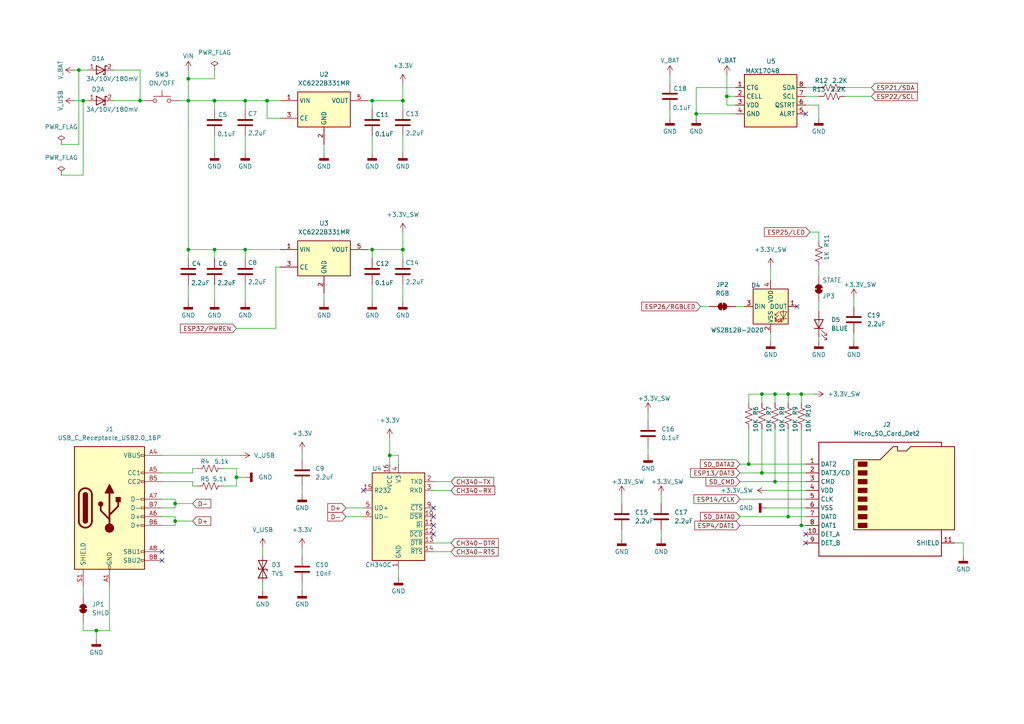
<source format=kicad_sch>
(kicad_sch (version 20250114) (generator "eeschema") (generator_version "9.0")
  (paper "A4")
  (lib_symbols
    (symbol "Analog_ADC:MCP3427x-xMF"
      (property "Reference" "U8" (at 2.1941 12.7 0))
      (property "Value" "MCP3427x-xMF" (at 2.1941 10.16 0))
      (symbol "MCP3427x-xMF_1_1"
        (pin input line (at -10.16 3.81 0) (length 2.54) (name "CTG") (number "1"))
        (pin input line (at -10.16 1.27 0) (length 2.54) (name "CELL") (number "2"))
        (pin input line (at -10.16 -1.27 0) (length 2.54) (name "VDD") (number "3"))
        (pin input line (at -10.16 -3.81 0) (length 2.54) (name "GND") (number "4"))
        (pin input line (at 10.16 3.81 180) (length 2.54) (name "SDA") (number "8"))
        (pin bidirectional line (at 10.16 1.27 180) (length 2.54) (name "SCL") (number "7"))
        (pin input line (at 10.16 -1.27 180) (length 2.54) (name "QSTRT") (number "6"))
        (pin input line (at 10.16 -3.81 180) (length 2.54) (name "ALRT") (number "5"))
      )
    )
    (symbol "Connector:Micro_SD_Card_Det2"
      (property "Reference" "J" (at -16.51 17.78 0))
      (property "Value" "Micro_SD_Card_Det2" (at 16.51 17.78 0))
      (symbol "Micro_SD_Card_Det2_1_1"
        (pin bidirectional line (at -22.86 10.16 0) (length 3.81) (name "DAT2") (number "1"))
        (pin bidirectional line (at -22.86 7.62 0) (length 3.81) (name "DAT3/CD") (number "2"))
        (pin input line (at -22.86 5.08 0) (length 3.81) (name "CMD") (number "3"))
        (pin power_in line (at -22.86 2.54 0) (length 3.81) (name "VDD") (number "4"))
        (pin input line (at -22.86 0 0) (length 3.81) (name "CLK") (number "5"))
        (pin power_in line (at -22.86 -2.54 0) (length 3.81) (name "VSS") (number "6"))
        (pin bidirectional line (at -22.86 -5.08 0) (length 3.81) (name "DAT0") (number "7"))
        (pin bidirectional line (at -22.86 -7.62 0) (length 3.81) (name "DAT1") (number "8"))
        (pin passive line (at -22.86 -10.16 0) (length 3.81) (name "DET_A") (number "10"))
        (pin passive line (at -22.86 -12.7 0) (length 3.81) (name "DET_B") (number "9"))
        (pin passive line (at 20.32 -12.7 180) (length 3.81) (name "SHIELD") (number "11"))
      )
    )
    (symbol "Connector:USB_C_Receptacle_USB2.0_16P" (pin_names (offset 1.016))
      (property "Reference" "J" (at 0 22.225 0))
      (property "Value" "USB_C_Receptacle_USB2.0_16P" (at 0 19.685 0))
      (symbol "USB_C_Receptacle_USB2.0_16P_1_1"
        (pin passive line (at -7.62 -22.86 90) (length 5.08) (name "SHIELD") (number "S1"))
        (pin passive line (at 0 -22.86 90) (length 5.08) (name "GND") (number "A1"))
        (pin passive line (at 0 -22.86 90) (length 5.08) (hide yes) (name "GND") (number "A12"))
        (pin passive line (at 0 -22.86 90) (length 5.08) (hide yes) (name "GND") (number "B1"))
        (pin passive line (at 0 -22.86 90) (length 5.08) (hide yes) (name "GND") (number "B12"))
        (pin passive line (at 15.24 15.24 180) (length 5.08) (name "VBUS") (number "A4"))
        (pin passive line (at 15.24 15.24 180) (length 5.08) (hide yes) (name "VBUS") (number "A9"))
        (pin passive line (at 15.24 15.24 180) (length 5.08) (hide yes) (name "VBUS") (number "B4"))
        (pin passive line (at 15.24 15.24 180) (length 5.08) (hide yes) (name "VBUS") (number "B9"))
        (pin bidirectional line (at 15.24 10.16 180) (length 5.08) (name "CC1") (number "A5"))
        (pin bidirectional line (at 15.24 7.62 180) (length 5.08) (name "CC2") (number "B5"))
        (pin bidirectional line (at 15.24 2.54 180) (length 5.08) (name "D-") (number "A7"))
        (pin bidirectional line (at 15.24 0 180) (length 5.08) (name "D-") (number "B7"))
        (pin bidirectional line (at 15.24 -2.54 180) (length 5.08) (name "D+") (number "A6"))
        (pin bidirectional line (at 15.24 -5.08 180) (length 5.08) (name "D+") (number "B6"))
        (pin bidirectional line (at 15.24 -12.7 180) (length 5.08) (name "SBU1") (number "A8"))
        (pin bidirectional line (at 15.24 -15.24 180) (length 5.08) (name "SBU2") (number "B8"))
      )
    )
    (symbol "Device:C" (pin_numbers (hide yes)) (pin_names (offset 0.254))
      (property "Reference" "C" (at 0.635 2.54 0))
      (property "Value" "C" (at 0.635 -2.54 0))
      (symbol "C_1_1"
        (pin passive line (at 0 3.81 270) (length 2.794) (name "~") (number "1"))
        (pin passive line (at 0 -3.81 90) (length 2.794) (name "~") (number "2"))
      )
    )
    (symbol "Device:D_Schottky_Dual_CommonAnode_AKK_Split" (pin_names (offset 0.762) (hide yes))
      (property "Reference" "D" (at 0 2.54 0))
      (property "Value" "D_Schottky_Dual_CommonAnode_AKK_Split" (at 0 -2.54 0))
      (symbol "D_Schottky_Dual_CommonAnode_AKK_Split_0_1"
        (pin passive line (at -3.81 0 0) (length 2.54) (name "A") (number "1"))
      )
      (symbol "D_Schottky_Dual_CommonAnode_AKK_Split_1_1"
        (pin passive line (at 3.81 0 180) (length 2.54) (name "K") (number "2"))
      )
      (symbol "D_Schottky_Dual_CommonAnode_AKK_Split_2_1"
        (pin passive line (at 3.81 0 180) (length 2.54) (name "K") (number "3"))
      )
    )
    (symbol "Device:D_TVS" (pin_numbers (hide yes)) (pin_names (offset 1.016) (hide yes))
      (property "Reference" "D" (at 0 2.54 0))
      (property "Value" "D_TVS" (at 0 -2.54 0))
      (symbol "D_TVS_1_1"
        (pin passive line (at -3.81 0 0) (length 2.54) (name "A1") (number "1"))
        (pin passive line (at 3.81 0 180) (length 2.54) (name "A2") (number "2"))
      )
    )
    (symbol "Device:LED" (pin_numbers (hide yes)) (pin_names (offset 1.016) (hide yes))
      (property "Reference" "D" (at 0 2.54 0))
      (property "Value" "LED" (at 0 -2.54 0))
      (symbol "LED_1_1"
        (pin passive line (at -3.81 0 0) (length 2.54) (name "K") (number "1"))
        (pin passive line (at 3.81 0 180) (length 2.54) (name "A") (number "2"))
      )
    )
    (symbol "Device:R_US" (pin_numbers (hide yes)) (pin_names (offset 0))
      (property "Reference" "R" (at 2.54 0 90))
      (property "Value" "R_US" (at -2.54 0 90))
      (symbol "R_US_1_1"
        (pin passive line (at 0 3.81 270) (length 1.27) (name "~") (number "1"))
        (pin passive line (at 0 -3.81 90) (length 1.27) (name "~") (number "2"))
      )
    )
    (symbol "Interface_USB:CH340C"
      (property "Reference" "U" (at -5.08 13.97 0))
      (property "Value" "CH340C" (at 1.27 13.97 0))
      (symbol "CH340C_1_1"
        (pin input line (at -10.16 7.62 0) (length 2.54) (name "R232") (number "15"))
        (pin bidirectional line (at -10.16 2.54 0) (length 2.54) (name "UD+") (number "5"))
        (pin bidirectional line (at -10.16 0 0) (length 2.54) (name "UD-") (number "6"))
        (pin no_connect line (at -7.62 -5.08 0) (length 2.54) (hide yes) (name "NC") (number "7"))
        (pin no_connect line (at -7.62 -7.62 0) (length 2.54) (hide yes) (name "NC") (number "8"))
        (pin power_in line (at -2.54 15.24 270) (length 2.54) (name "VCC") (number "16"))
        (pin power_out line (at 0 15.24 270) (length 2.54) (name "V3") (number "4"))
        (pin power_in line (at 0 -15.24 90) (length 2.54) (name "GND") (number "1"))
        (pin output line (at 10.16 10.16 180) (length 2.54) (name "TXD") (number "2"))
        (pin input line (at 10.16 7.62 180) (length 2.54) (name "RXD") (number "3"))
        (pin input line (at 10.16 2.54 180) (length 2.54) (name "~{CTS}") (number "9"))
        (pin input line (at 10.16 0 180) (length 2.54) (name "~{DSR}") (number "10"))
        (pin input line (at 10.16 -2.54 180) (length 2.54) (name "~{RI}") (number "11"))
        (pin input line (at 10.16 -5.08 180) (length 2.54) (name "~{DCD}") (number "12"))
        (pin output line (at 10.16 -7.62 180) (length 2.54) (name "~{DTR}") (number "13"))
        (pin output line (at 10.16 -10.16 180) (length 2.54) (name "~{RTS}") (number "14"))
      )
    )
    (symbol "Jumper:SolderJumper_2_Bridged" (pin_numbers (hide yes)) (pin_names (offset 0) (hide yes)) (exclude_from_sim yes) (in_bom no)
      (property "Reference" "JP" (at 0 2.032 0))
      (property "Value" "SolderJumper_2_Bridged" (at 0 -2.54 0))
      (symbol "SolderJumper_2_Bridged_1_1"
        (pin passive line (at -3.81 0 0) (length 2.54) (name "A") (number "1"))
        (pin passive line (at 3.81 0 180) (length 2.54) (name "B") (number "2"))
      )
    )
    (symbol "LED:WS2812B-2020" (pin_names (offset 0.254))
      (property "Reference" "D" (at 5.08 5.715 0))
      (property "Value" "WS2812B-2020" (at 1.27 -5.715 0))
      (symbol "WS2812B-2020_0_0"
        (text "RGB" (at 2.286 -4.191 0) (effects (font (size 0.762 0.762))))
      )
      (symbol "WS2812B-2020_1_1"
        (pin input line (at -7.62 0 0) (length 2.54) (name "DIN") (number "3"))
        (pin power_in line (at 0 7.62 270) (length 2.54) (name "VDD") (number "4"))
        (pin power_in line (at 0 -7.62 90) (length 2.54) (name "VSS") (number "2"))
        (pin output line (at 7.62 0 180) (length 2.54) (name "DOUT") (number "1"))
      )
    )
    (symbol "Regulator_Linear:XC6220B331MR"
      (property "Reference" "U" (at 0 8.89 0))
      (property "Value" "XC6220B331MR" (at 0 6.35 0))
      (symbol "XC6220B331MR_1_1"
        (pin power_in line (at -12.7 2.54 0) (length 5.08) (name "VIN") (number "1"))
        (pin input line (at -12.7 -2.54 0) (length 5.08) (name "CE") (number "3"))
        (pin power_in line (at 0 -10.16 90) (length 5.08) (name "GND") (number "2"))
        (pin no_connect line (at 7.62 -2.54 180) (length 5.08) (hide yes) (name "NC") (number "4"))
        (pin power_out line (at 12.7 2.54 180) (length 5.08) (name "VOUT") (number "5"))
      )
    )
    (symbol "Switch:SW_Push" (pin_numbers (hide yes)) (pin_names (offset 1.016) (hide yes))
      (property "Reference" "SW" (at 1.27 2.54 0))
      (property "Value" "SW_Push" (at 0 -1.524 0))
      (symbol "SW_Push_0_1"
        (pin passive line (at -5.08 0 0) (length 2.54) (name "1") (number "1"))
        (pin passive line (at 5.08 0 180) (length 2.54) (name "2") (number "2"))
      )
    )
    (symbol "power:+3.3V" (power) (pin_numbers (hide yes)) (pin_names (offset 0) (hide yes))
      (property "Value" "+3.3V" (at 0 3.556 0))
      (symbol "+3.3V_1_1"
        (pin power_in line (at 0 0 90) (length 0) (name "~") (number "1"))
      )
    )
    (symbol "power:GNDD" (power) (pin_numbers (hide yes)) (pin_names (offset 0) (hide yes))
      (property "Value" "GNDD" (at 0 -3.175 0))
      (symbol "GNDD_1_1"
        (pin power_in line (at 0 0 270) (length 0) (name "~") (number "1"))
      )
    )
    (symbol "power:PWR_FLAG" (power) (pin_numbers (hide yes)) (pin_names (offset 0) (hide yes))
      (property "Value" "PWR_FLAG" (at 0 3.81 0))
      (symbol "PWR_FLAG_0_0"
        (pin power_out line (at 0 0 90) (length 0) (name "~") (number "1"))
      )
    )
    (symbol "power:VAA" (power) (pin_numbers (hide yes)) (pin_names (offset 0) (hide yes))
      (property "Value" "VAA" (at 0 3.556 0))
      (symbol "VAA_1_1"
        (pin power_in line (at 0 0 90) (length 0) (name "~") (number "1"))
      )
    )
  )
  (junction (at 50.8 151.13))
  (junction (at 107.95 72.39))
  (junction (at 22.86 20.32))
  (junction (at 54.61 22.86))
  (junction (at 62.23 29.21))
  (junction (at 77.47 29.21))
  (junction (at 224.79 114.3))
  (junction (at 24.13 29.21))
  (junction (at 27.94 182.88))
  (junction (at 116.84 29.21))
  (junction (at 224.79 139.7))
  (junction (at 116.84 72.39))
  (junction (at 210.82 27.94))
  (junction (at 68.58 138.43))
  (junction (at 71.12 72.39))
  (junction (at 113.03 132.08))
  (junction (at 62.23 72.39))
  (junction (at 54.61 72.39))
  (junction (at 71.12 29.21))
  (junction (at 220.98 114.3))
  (junction (at 228.6 114.3))
  (junction (at 228.6 149.86))
  (junction (at 217.17 134.62))
  (junction (at 232.41 152.4))
  (junction (at 50.8 146.05))
  (junction (at 220.98 137.16))
  (junction (at 40.64 29.21))
  (junction (at 201.93 33.02))
  (junction (at 232.41 114.3))
  (junction (at 54.61 29.21))
  (junction (at 107.95 29.21))
  (no_connect (at 231.14 88.9))
  (no_connect (at 105.41 142.24))
  (no_connect (at 233.68 154.94))
  (no_connect (at 125.73 152.4))
  (no_connect (at 46.99 162.56))
  (no_connect (at 125.73 154.94))
  (no_connect (at 125.73 147.32))
  (no_connect (at 233.68 33.02))
  (no_connect (at 46.99 160.02))
  (no_connect (at 125.73 149.86))
  (no_connect (at 233.68 157.48))
  (wire (pts (xy 62.23 39.37) (xy 62.23 44.45)))
  (wire (pts (xy 233.68 25.4) (xy 237.49 25.4)))
  (wire (pts (xy 24.13 50.8) (xy 24.13 29.21)))
  (wire (pts (xy 71.12 29.21) (xy 71.12 31.75)))
  (wire (pts (xy 245.11 25.4) (xy 252.73 25.4)))
  (wire (pts (xy 214.63 134.62) (xy 217.17 134.62)))
  (wire (pts (xy 125.73 157.48) (xy 130.81 157.48)))
  (wire (pts (xy 214.63 149.86) (xy 228.6 149.86)))
  (wire (pts (xy 279.4 157.48) (xy 276.86 157.48)))
  (wire (pts (xy 100.33 149.86) (xy 105.41 149.86)))
  (wire (pts (xy 71.12 72.39) (xy 81.28 72.39)))
  (wire (pts (xy 71.12 29.21) (xy 77.47 29.21)))
  (wire (pts (xy 93.98 85.09) (xy 93.98 87.63)))
  (wire (pts (xy 50.8 151.13) (xy 50.8 152.4)))
  (wire (pts (xy 210.82 27.94) (xy 210.82 30.48)))
  (wire (pts (xy 191.77 143.51) (xy 191.77 146.05)))
  (wire (pts (xy 80.01 77.47) (xy 81.28 77.47)))
  (wire (pts (xy 107.95 74.93) (xy 107.95 72.39)))
  (wire (pts (xy 210.82 30.48) (xy 213.36 30.48)))
  (wire (pts (xy 46.99 147.32) (xy 50.8 147.32)))
  (wire (pts (xy 107.95 82.55) (xy 107.95 87.63)))
  (wire (pts (xy 223.52 96.52) (xy 223.52 99.06)))
  (wire (pts (xy 21.59 29.21) (xy 24.13 29.21)))
  (wire (pts (xy 62.23 29.21) (xy 62.23 31.75)))
  (wire (pts (xy 40.64 29.21) (xy 41.91 29.21)))
  (wire (pts (xy 52.07 29.21) (xy 54.61 29.21)))
  (wire (pts (xy 22.86 20.32) (xy 25.4 20.32)))
  (wire (pts (xy 237.49 87.63) (xy 237.49 90.17)))
  (wire (pts (xy 54.61 29.21) (xy 54.61 72.39)))
  (wire (pts (xy 71.12 72.39) (xy 71.12 74.93)))
  (wire (pts (xy 107.95 31.75) (xy 107.95 29.21)))
  (wire (pts (xy 232.41 114.3) (xy 236.22 114.3)))
  (wire (pts (xy 64.77 135.89) (xy 68.58 135.89)))
  (wire (pts (xy 116.84 24.13) (xy 116.84 29.21)))
  (wire (pts (xy 62.23 72.39) (xy 62.23 74.93)))
  (wire (pts (xy 24.13 29.21) (xy 25.4 29.21)))
  (wire (pts (xy 113.03 134.62) (xy 113.03 132.08)))
  (wire (pts (xy 54.61 82.55) (xy 54.61 87.63)))
  (wire (pts (xy 87.63 140.97) (xy 87.63 143.51)))
  (wire (pts (xy 237.49 77.47) (xy 237.49 80.01)))
  (wire (pts (xy 80.01 95.25) (xy 80.01 77.47)))
  (wire (pts (xy 180.34 153.67) (xy 180.34 156.21)))
  (wire (pts (xy 213.36 27.94) (xy 210.82 27.94)))
  (wire (pts (xy 46.99 137.16) (xy 55.88 137.16)))
  (wire (pts (xy 87.63 168.91) (xy 87.63 171.45)))
  (wire (pts (xy 54.61 74.93) (xy 54.61 72.39)))
  (wire (pts (xy 233.68 27.94) (xy 237.49 27.94)))
  (wire (pts (xy 93.98 41.91) (xy 93.98 44.45)))
  (wire (pts (xy 214.63 144.78) (xy 233.68 144.78)))
  (wire (pts (xy 232.41 114.3) (xy 232.41 116.84)))
  (wire (pts (xy 194.31 31.75) (xy 194.31 34.29)))
  (wire (pts (xy 77.47 29.21) (xy 81.28 29.21)))
  (wire (pts (xy 210.82 21.59) (xy 210.82 27.94)))
  (wire (pts (xy 24.13 182.88) (xy 27.94 182.88)))
  (wire (pts (xy 87.63 130.81) (xy 87.63 133.35)))
  (wire (pts (xy 71.12 39.37) (xy 71.12 44.45)))
  (wire (pts (xy 55.88 140.97) (xy 57.15 140.97)))
  (wire (pts (xy 115.57 132.08) (xy 115.57 134.62)))
  (wire (pts (xy 224.79 124.46) (xy 224.79 139.7)))
  (wire (pts (xy 187.96 129.54) (xy 187.96 132.08)))
  (wire (pts (xy 46.99 132.08) (xy 69.85 132.08)))
  (wire (pts (xy 68.58 95.25) (xy 80.01 95.25)))
  (wire (pts (xy 50.8 151.13) (xy 55.88 151.13)))
  (wire (pts (xy 50.8 152.4) (xy 46.99 152.4)))
  (wire (pts (xy 50.8 146.05) (xy 55.88 146.05)))
  (wire (pts (xy 237.49 97.79) (xy 237.49 99.06)))
  (wire (pts (xy 81.28 34.29) (xy 77.47 34.29)))
  (wire (pts (xy 228.6 149.86) (xy 233.68 149.86)))
  (wire (pts (xy 62.23 29.21) (xy 71.12 29.21)))
  (wire (pts (xy 107.95 72.39) (xy 106.68 72.39)))
  (wire (pts (xy 68.58 138.43) (xy 68.58 140.97)))
  (wire (pts (xy 237.49 30.48) (xy 233.68 30.48)))
  (wire (pts (xy 113.03 132.08) (xy 115.57 132.08)))
  (wire (pts (xy 217.17 114.3) (xy 220.98 114.3)))
  (wire (pts (xy 214.63 152.4) (xy 232.41 152.4)))
  (wire (pts (xy 46.99 149.86) (xy 50.8 149.86)))
  (wire (pts (xy 232.41 124.46) (xy 232.41 152.4)))
  (wire (pts (xy 62.23 22.86) (xy 54.61 22.86)))
  (wire (pts (xy 180.34 143.51) (xy 180.34 146.05)))
  (wire (pts (xy 125.73 160.02) (xy 130.81 160.02)))
  (wire (pts (xy 125.73 139.7) (xy 130.81 139.7)))
  (wire (pts (xy 55.88 135.89) (xy 57.15 135.89)))
  (wire (pts (xy 24.13 170.18) (xy 24.13 172.72)))
  (wire (pts (xy 201.93 25.4) (xy 201.93 33.02)))
  (wire (pts (xy 228.6 124.46) (xy 228.6 149.86)))
  (wire (pts (xy 62.23 20.32) (xy 62.23 22.86)))
  (wire (pts (xy 55.88 140.97) (xy 55.88 139.7)))
  (wire (pts (xy 33.02 29.21) (xy 40.64 29.21)))
  (wire (pts (xy 62.23 72.39) (xy 71.12 72.39)))
  (wire (pts (xy 116.84 67.31) (xy 116.84 72.39)))
  (wire (pts (xy 113.03 127) (xy 113.03 132.08)))
  (wire (pts (xy 201.93 33.02) (xy 213.36 33.02)))
  (wire (pts (xy 222.25 147.32) (xy 233.68 147.32)))
  (wire (pts (xy 213.36 25.4) (xy 201.93 25.4)))
  (wire (pts (xy 68.58 140.97) (xy 64.77 140.97)))
  (wire (pts (xy 116.84 74.93) (xy 116.84 72.39)))
  (wire (pts (xy 228.6 114.3) (xy 232.41 114.3)))
  (wire (pts (xy 224.79 114.3) (xy 228.6 114.3)))
  (wire (pts (xy 62.23 82.55) (xy 62.23 87.63)))
  (wire (pts (xy 54.61 22.86) (xy 54.61 29.21)))
  (wire (pts (xy 87.63 158.75) (xy 87.63 161.29)))
  (wire (pts (xy 214.63 139.7) (xy 224.79 139.7)))
  (wire (pts (xy 50.8 147.32) (xy 50.8 146.05)))
  (wire (pts (xy 76.2 158.75) (xy 76.2 161.29)))
  (wire (pts (xy 237.49 69.85) (xy 237.49 67.31)))
  (wire (pts (xy 125.73 142.24) (xy 130.81 142.24)))
  (wire (pts (xy 217.17 124.46) (xy 217.17 134.62)))
  (wire (pts (xy 220.98 137.16) (xy 233.68 137.16)))
  (wire (pts (xy 116.84 31.75) (xy 116.84 29.21)))
  (wire (pts (xy 223.52 77.47) (xy 223.52 81.28)))
  (wire (pts (xy 217.17 134.62) (xy 233.68 134.62)))
  (wire (pts (xy 71.12 82.55) (xy 71.12 87.63)))
  (wire (pts (xy 191.77 153.67) (xy 191.77 156.21)))
  (wire (pts (xy 27.94 182.88) (xy 31.75 182.88)))
  (wire (pts (xy 54.61 20.32) (xy 54.61 22.86)))
  (wire (pts (xy 77.47 34.29) (xy 77.47 29.21)))
  (wire (pts (xy 222.25 142.24) (xy 233.68 142.24)))
  (wire (pts (xy 220.98 114.3) (xy 224.79 114.3)))
  (wire (pts (xy 194.31 21.59) (xy 194.31 24.13)))
  (wire (pts (xy 220.98 114.3) (xy 220.98 116.84)))
  (wire (pts (xy 279.4 161.29) (xy 279.4 157.48)))
  (wire (pts (xy 203.2 88.9) (xy 205.74 88.9)))
  (wire (pts (xy 54.61 29.21) (xy 62.23 29.21)))
  (wire (pts (xy 247.65 86.36) (xy 247.65 88.9)))
  (wire (pts (xy 40.64 20.32) (xy 40.64 29.21)))
  (wire (pts (xy 68.58 138.43) (xy 71.12 138.43)))
  (wire (pts (xy 46.99 144.78) (xy 50.8 144.78)))
  (wire (pts (xy 224.79 139.7) (xy 233.68 139.7)))
  (wire (pts (xy 33.02 20.32) (xy 40.64 20.32)))
  (wire (pts (xy 50.8 146.05) (xy 50.8 144.78)))
  (wire (pts (xy 107.95 72.39) (xy 116.84 72.39)))
  (wire (pts (xy 76.2 168.91) (xy 76.2 171.45)))
  (wire (pts (xy 17.78 41.91) (xy 22.86 41.91)))
  (wire (pts (xy 116.84 39.37) (xy 116.84 44.45)))
  (wire (pts (xy 17.78 50.8) (xy 24.13 50.8)))
  (wire (pts (xy 27.94 182.88) (xy 27.94 185.42)))
  (wire (pts (xy 232.41 152.4) (xy 233.68 152.4)))
  (wire (pts (xy 115.57 165.1) (xy 115.57 167.64)))
  (wire (pts (xy 21.59 20.32) (xy 22.86 20.32)))
  (wire (pts (xy 100.33 147.32) (xy 105.41 147.32)))
  (wire (pts (xy 217.17 116.84) (xy 217.17 114.3)))
  (wire (pts (xy 107.95 29.21) (xy 106.68 29.21)))
  (wire (pts (xy 68.58 135.89) (xy 68.58 138.43)))
  (wire (pts (xy 201.93 33.02) (xy 201.93 34.29)))
  (wire (pts (xy 247.65 96.52) (xy 247.65 99.06)))
  (wire (pts (xy 214.63 137.16) (xy 220.98 137.16)))
  (wire (pts (xy 54.61 72.39) (xy 62.23 72.39)))
  (wire (pts (xy 213.36 88.9) (xy 215.9 88.9)))
  (wire (pts (xy 24.13 180.34) (xy 24.13 182.88)))
  (wire (pts (xy 50.8 149.86) (xy 50.8 151.13)))
  (wire (pts (xy 224.79 114.3) (xy 224.79 116.84)))
  (wire (pts (xy 237.49 34.29) (xy 237.49 30.48)))
  (wire (pts (xy 116.84 82.55) (xy 116.84 87.63)))
  (wire (pts (xy 237.49 67.31) (xy 234.95 67.31)))
  (wire (pts (xy 220.98 124.46) (xy 220.98 137.16)))
  (wire (pts (xy 55.88 139.7) (xy 46.99 139.7)))
  (wire (pts (xy 55.88 137.16) (xy 55.88 135.89)))
  (wire (pts (xy 31.75 182.88) (xy 31.75 170.18)))
  (wire (pts (xy 22.86 41.91) (xy 22.86 20.32)))
  (wire (pts (xy 187.96 119.38) (xy 187.96 121.92)))
  (wire (pts (xy 107.95 29.21) (xy 116.84 29.21)))
  (wire (pts (xy 245.11 27.94) (xy 252.73 27.94)))
  (wire (pts (xy 107.95 39.37) (xy 107.95 44.45)))
  (wire (pts (xy 228.6 114.3) (xy 228.6 116.84)))
  (global_label "CH340-TX" (shape input) (at 130.81 139.7 0) (property "Intersheetrefs" "${INTERSHEET_REFS}" (effects (hide yes))))
  (global_label "ESP32{slash}PWREN" (shape input) (at 68.58 95.25 180) (property "Intersheetrefs" "${INTERSHEET_REFS}" (effects (hide yes))))
  (global_label "SD_DATA0" (shape input) (at 214.63 149.86 180) (property "Intersheetrefs" "${INTERSHEET_REFS}" (effects (hide yes))))
  (global_label "CH340-DTR" (shape input) (at 130.81 157.48 0) (property "Intersheetrefs" "${INTERSHEET_REFS}" (effects (hide yes))))
  (global_label "CH340-RTS" (shape input) (at 130.81 160.02 0) (property "Intersheetrefs" "${INTERSHEET_REFS}" (effects (hide yes))))
  (global_label "CH340-RX" (shape input) (at 130.81 142.24 0) (property "Intersheetrefs" "${INTERSHEET_REFS}" (effects (hide yes))))
  (global_label "D+" (shape input) (at 100.33 147.32 180) (property "Intersheetrefs" "${INTERSHEET_REFS}" (effects (hide yes))))
  (global_label "ESP13{slash}DAT3" (shape input) (at 214.63 137.16 180) (property "Intersheetrefs" "${INTERSHEET_REFS}" (effects (hide yes))))
  (global_label "ESP22{slash}SCL" (shape input) (at 252.73 27.94 0) (property "Intersheetrefs" "${INTERSHEET_REFS}" (effects (hide yes))))
  (global_label "SD_CMD" (shape input) (at 214.63 139.7 180) (property "Intersheetrefs" "${INTERSHEET_REFS}" (effects (hide yes))))
  (global_label "ESP4{slash}DAT1" (shape input) (at 214.63 152.4 180) (property "Intersheetrefs" "${INTERSHEET_REFS}" (effects (hide yes))))
  (global_label "D+" (shape input) (at 55.88 151.13 0) (property "Intersheetrefs" "${INTERSHEET_REFS}" (effects (hide yes))))
  (global_label "ESP14{slash}CLK" (shape input) (at 214.63 144.78 180) (property "Intersheetrefs" "${INTERSHEET_REFS}" (effects (hide yes))))
  (global_label "SD_DATA2" (shape input) (at 214.63 134.62 180) (property "Intersheetrefs" "${INTERSHEET_REFS}" (effects (hide yes))))
  (global_label "D-" (shape input) (at 100.33 149.86 180) (property "Intersheetrefs" "${INTERSHEET_REFS}" (effects (hide yes))))
  (global_label "ESP25{slash}LED" (shape input) (at 234.95 67.31 180) (property "Intersheetrefs" "${INTERSHEET_REFS}" (effects (hide yes))))
  (global_label "ESP21{slash}SDA" (shape input) (at 252.73 25.4 0) (property "Intersheetrefs" "${INTERSHEET_REFS}" (effects (hide yes))))
  (global_label "D-" (shape input) (at 55.88 146.05 0) (property "Intersheetrefs" "${INTERSHEET_REFS}" (effects (hide yes))))
  (global_label "ESP26{slash}RGBLED" (shape input) (at 203.2 88.9 180) (property "Intersheetrefs" "${INTERSHEET_REFS}" (effects (hide yes))))
  (symbol (lib_id "power:GNDD") (at 54.61 87.63 0) (unit 1)
    (property "Reference" "#PWR015" (effects (hide yes)))
    (property "Value" "GND" (at 54.61 91.44 0))
    (property "Description" "Power symbol creates a global label with name \"GNDD\" , digital ground" (effects (hide yes)))
  )
  (symbol (lib_id "power:GNDD") (at 222.25 147.32 270) (unit 1)
    (property "Reference" "#PWR049" (effects (hide yes)))
    (property "Value" "GND" (at 218.44 147.3199 90) (effects (justify right)))
    (property "Description" "Power symbol creates a global label with name \"GNDD\" , digital ground" (effects (hide yes)))
  )
  (symbol (lib_id "power:GNDD") (at 194.31 34.29 0) (unit 1)
    (property "Reference" "#PWR045" (effects (hide yes)))
    (property "Value" "GND" (at 194.31 38.1 0))
    (property "Description" "Power symbol creates a global label with name \"GNDD\" , digital ground" (effects (hide yes)))
  )
  (symbol (lib_id "LED:WS2812B-2020") (at 223.52 88.9 0) (unit 1)
    (property "Reference" "D4" (at 219.202 82.804 0))
    (property "Value" "WS2812B-2020" (at 213.868 95.758 0))
    (property "Footprint" "LED_SMD:LED_WS2812B-2020_PLCC4_2.0x2.0mm" (effects (hide yes)))
    (property "Datasheet" "https://cdn-shop.adafruit.com/product-files/4684/4684_WS2812B-2020_V1.3_EN.pdf" (effects (hide yes)))
    (property "Description" "RGB LED with integrated controller, 2.0 x 2.0 mm, 12 mA" (effects (hide yes)))
  )
  (symbol (lib_id "power:GNDD") (at 93.98 44.45 0) (unit 1)
    (property "Reference" "#PWR028" (effects (hide yes)))
    (property "Value" "GND" (at 93.98 48.26 0))
    (property "Description" "Power symbol creates a global label with name \"GNDD\" , digital ground" (effects (hide yes)))
  )
  (symbol (lib_id "Device:C") (at 54.61 78.74 0) (unit 1)
    (property "Reference" "C4" (at 55.626 76.454 0) (effects (justify left)))
    (property "Value" "2.2uF" (at 55.372 82.042 0) (effects (justify left)))
    (property "Footprint" "Capacitor_SMD:C_0402_1005Metric_Pad0.74x0.62mm_HandSolder" (effects (hide yes)))
    (property "Description" "Unpolarized capacitor" (effects (hide yes)))
  )
  (symbol (lib_id "Device:C") (at 71.12 78.74 0) (unit 1)
    (property "Reference" "C8" (at 71.882 76.2 0) (effects (justify left)))
    (property "Value" "2.2uF" (at 71.882 81.788 0) (effects (justify left)))
    (property "Footprint" "Capacitor_SMD:C_0402_1005Metric_Pad0.74x0.62mm_HandSolder" (effects (hide yes)))
    (property "Description" "Unpolarized capacitor" (effects (hide yes)))
  )
  (symbol (lib_id "Analog_ADC:MCP3427x-xMF") (at 223.52 29.21 0) (unit 1)
    (property "Reference" "U5" (at 222.25 17.78 0) (effects (justify left)))
    (property "Value" "MAX17048" (at 216.154 20.574 0) (effects (justify left)))
    (property "Footprint" "Package_DFN_QFN:DFN-8-1EP_3x3mm_P0.5mm_EP1.66x2.38mm" (effects (hide yes)))
    (property "Datasheet" "http://ww1.microchip.com/downloads/en/DeviceDoc/22226a.pdf" (effects (hide yes)))
    (property "Description" "16-Bit, Multi-Channel ΔΣ Analog-to-Digital Converter with I2C Interface and On-Board Reference, DFN-10" (effects (hide yes)))
  )
  (symbol (lib_id "power:GNDD") (at 237.49 99.06 0) (unit 1)
    (property "Reference" "#PWR054" (effects (hide yes)))
    (property "Value" "GND" (at 237.49 102.87 0))
    (property "Description" "Power symbol creates a global label with name \"GNDD\" , digital ground" (effects (hide yes)))
  )
  (symbol (lib_id "Device:R_US") (at 228.6 120.65 0) (unit 1)
    (property "Reference" "R9" (at 230.632 119.126 90))
    (property "Value" "10K" (at 230.632 123.444 90))
    (property "Footprint" "Resistor_SMD:R_0402_1005Metric" (effects (hide yes)))
    (property "Description" "Resistor, US symbol" (effects (hide yes)))
  )
  (symbol (lib_id "Device:C") (at 194.31 27.94 0) (unit 1)
    (property "Reference" "C18" (at 195.326 25.654 0) (effects (justify left)))
    (property "Value" "0.1uF" (at 195.072 31.242 0) (effects (justify left)))
    (property "Footprint" "Capacitor_SMD:C_0402_1005Metric_Pad0.74x0.62mm_HandSolder" (effects (hide yes)))
    (property "Description" "Unpolarized capacitor" (effects (hide yes)))
  )
  (symbol (lib_id "power:+3.3V") (at 222.25 142.24 90) (unit 1)
    (property "Reference" "#PWR048" (effects (hide yes)))
    (property "Value" "+3.3V_SW" (at 218.44 142.2399 90) (effects (justify left)))
    (property "Description" "Power symbol creates a global label with name \"+3.3V\"" (effects (hide yes)))
  )
  (symbol (lib_id "power:GNDD") (at 71.12 44.45 0) (unit 1)
    (property "Reference" "#PWR019" (effects (hide yes)))
    (property "Value" "GND" (at 71.12 48.26 0))
    (property "Description" "Power symbol creates a global label with name \"GNDD\" , digital ground" (effects (hide yes)))
  )
  (symbol (lib_id "Device:R_US") (at 224.79 120.65 0) (unit 1)
    (property "Reference" "R8" (at 226.822 119.126 90))
    (property "Value" "10K" (at 226.822 123.444 90))
    (property "Footprint" "Resistor_SMD:R_0402_1005Metric" (effects (hide yes)))
    (property "Description" "Resistor, US symbol" (effects (hide yes)))
  )
  (symbol (lib_id "power:+3.3V") (at 116.84 67.31 0) (unit 1)
    (property "Reference" "#PWR036" (effects (hide yes)))
    (property "Value" "+3.3V_SW" (at 116.84 62.23 0))
    (property "Description" "Power symbol creates a global label with name \"+3.3V\"" (effects (hide yes)))
  )
  (symbol (lib_id "power:+3.3V") (at 191.77 143.51 0) (unit 1)
    (property "Reference" "#PWR042" (effects (hide yes)))
    (property "Value" "+3.3V_SW" (at 193.548 139.7 0))
    (property "Description" "Power symbol creates a global label with name \"+3.3V\"" (effects (hide yes)))
  )
  (symbol (lib_id "power:GNDD") (at 247.65 99.06 0) (unit 1)
    (property "Reference" "#PWR056" (effects (hide yes)))
    (property "Value" "GND" (at 247.65 102.87 0))
    (property "Description" "Power symbol creates a global label with name \"GNDD\" , digital ground" (effects (hide yes)))
  )
  (symbol (lib_id "power:+3.3V") (at 87.63 130.81 0) (unit 1)
    (property "Reference" "#PWR024" (effects (hide yes)))
    (property "Value" "+3.3V" (at 87.63 125.73 0))
    (property "Description" "Power symbol creates a global label with name \"+3.3V\"" (effects (hide yes)))
  )
  (symbol (lib_id "power:GNDD") (at 279.4 161.29 0) (unit 1)
    (property "Reference" "#PWR057" (effects (hide yes)))
    (property "Value" "GND" (at 279.4 165.1 0))
    (property "Description" "Power symbol creates a global label with name \"GNDD\" , digital ground" (effects (hide yes)))
  )
  (symbol (lib_id "power:GNDD") (at 87.63 143.51 0) (unit 1)
    (property "Reference" "#PWR025" (effects (hide yes)))
    (property "Value" "GND" (at 87.63 147.32 0))
    (property "Description" "Power symbol creates a global label with name \"GNDD\" , digital ground" (effects (hide yes)))
  )
  (symbol (lib_id "power:GNDD") (at 107.95 44.45 0) (unit 1)
    (property "Reference" "#PWR030" (effects (hide yes)))
    (property "Value" "GND" (at 107.95 48.26 0))
    (property "Description" "Power symbol creates a global label with name \"GNDD\" , digital ground" (effects (hide yes)))
  )
  (symbol (lib_id "Device:C") (at 87.63 137.16 0) (unit 1)
    (property "Reference" "C9" (at 91.44 135.8899 0) (effects (justify left)))
    (property "Value" "2.2uF" (at 91.44 138.4299 0) (effects (justify left)))
    (property "Footprint" "Capacitor_SMD:C_0402_1005Metric_Pad0.74x0.62mm_HandSolder" (effects (hide yes)))
    (property "Description" "Unpolarized capacitor" (effects (hide yes)))
  )
  (symbol (lib_id "power:GNDD") (at 71.12 138.43 90) (unit 1)
    (property "Reference" "#PWR021" (effects (hide yes)))
    (property "Value" "GND" (at 74.93 138.4299 90) (effects (justify right)))
    (property "Description" "Power symbol creates a global label with name \"GNDD\" , digital ground" (effects (hide yes)))
  )
  (symbol (lib_id "power:GNDD") (at 237.49 34.29 0) (unit 1)
    (property "Reference" "#PWR053" (effects (hide yes)))
    (property "Value" "GND" (at 237.49 38.1 0))
    (property "Description" "Power symbol creates a global label with name \"GNDD\" , digital ground" (effects (hide yes)))
  )
  (symbol (lib_id "Connector:Micro_SD_Card_Det2") (at 256.54 144.78 0) (unit 1)
    (property "Reference" "J2" (at 257.175 123.19 0))
    (property "Value" "Micro_SD_Card_Det2" (at 257.175 125.73 0))
    (property "Footprint" "Connector_Card:microSD_HC_Hirose_DM3BT-DSF-PEJS" (effects (hide yes)))
    (property "Datasheet" "https://www.hirose.com/en/product/document?clcode=&productname=&series=DM3&documenttype=Catalog&lang=en&documentid=D49662_en" (effects (hide yes)))
    (property "Description" "Micro SD Card Socket with two card detection pins" (effects (hide yes)))
  )
  (symbol (lib_id "power:GNDD") (at 107.95 87.63 0) (unit 1)
    (property "Reference" "#PWR031" (effects (hide yes)))
    (property "Value" "GND" (at 107.95 91.44 0))
    (property "Description" "Power symbol creates a global label with name \"GNDD\" , digital ground" (effects (hide yes)))
  )
  (symbol (lib_id "Device:C") (at 107.95 35.56 0) (unit 1)
    (property "Reference" "C11" (at 108.966 33.274 0) (effects (justify left)))
    (property "Value" "0.1uF" (at 108.712 38.862 0) (effects (justify left)))
    (property "Footprint" "Capacitor_SMD:C_0402_1005Metric_Pad0.74x0.62mm_HandSolder" (effects (hide yes)))
    (property "Description" "Unpolarized capacitor" (effects (hide yes)))
  )
  (symbol (lib_id "power:+3.3V") (at 247.65 86.36 0) (unit 1)
    (property "Reference" "#PWR055" (effects (hide yes)))
    (property "Value" "+3.3V_SW" (at 249.428 82.55 0))
    (property "Description" "Power symbol creates a global label with name \"+3.3V\"" (effects (hide yes)))
  )
  (symbol (lib_id "Device:C") (at 116.84 78.74 0) (unit 1)
    (property "Reference" "C14" (at 117.602 76.2 0) (effects (justify left)))
    (property "Value" "2.2uF" (at 117.602 81.788 0) (effects (justify left)))
    (property "Footprint" "Capacitor_SMD:C_0402_1005Metric_Pad0.74x0.62mm_HandSolder" (effects (hide yes)))
    (property "Description" "Unpolarized capacitor" (effects (hide yes)))
  )
  (symbol (lib_id "power:VAA") (at 76.2 158.75 0) (unit 1)
    (property "Reference" "#PWR022" (effects (hide yes)))
    (property "Value" "V_USB" (at 76.2 153.67 0))
    (property "Description" "Power symbol creates a global label with name \"VAA\"" (effects (hide yes)))
  )
  (symbol (lib_id "Device:C") (at 107.95 78.74 0) (unit 1)
    (property "Reference" "C12" (at 108.966 76.454 0) (effects (justify left)))
    (property "Value" "0.1uF" (at 108.712 82.042 0) (effects (justify left)))
    (property "Footprint" "Capacitor_SMD:C_0402_1005Metric_Pad0.74x0.62mm_HandSolder" (effects (hide yes)))
    (property "Description" "Unpolarized capacitor" (effects (hide yes)))
  )
  (symbol (lib_id "power:GNDD") (at 116.84 44.45 0) (unit 1)
    (property "Reference" "#PWR035" (effects (hide yes)))
    (property "Value" "GND" (at 116.84 48.26 0))
    (property "Description" "Power symbol creates a global label with name \"GNDD\" , digital ground" (effects (hide yes)))
  )
  (symbol (lib_id "power:VAA") (at 54.61 20.32 0) (unit 1)
    (property "Reference" "#PWR014" (effects (hide yes)))
    (property "Value" "VIN" (at 54.61 16.256 0))
    (property "Description" "Power symbol creates a global label with name \"VAA\"" (effects (hide yes)))
  )
  (symbol (lib_id "Switch:SW_Push") (at 46.99 29.21 0) (unit 1)
    (property "Reference" "SW3" (at 46.99 21.59 0))
    (property "Value" "ON/OFF" (at 46.99 24.13 0))
    (property "Footprint" "Button_Switch_SMD:SW_SPST_EVQP7C" (effects (hide yes)))
    (property "Description" "Push button switch, generic, two pins" (effects (hide yes)))
  )
  (symbol (lib_id "Jumper:SolderJumper_2_Bridged") (at 237.49 83.82 270) (unit 1) (exclude_from_sim yes) (in_bom no)
    (property "Reference" "JP3" (at 238.506 85.852 90) (effects (justify left)))
    (property "Value" "STATE" (at 238.506 81.28 90) (effects (justify left)))
    (property "Footprint" "Jumper:SolderJumper-2_P1.3mm_Bridged_Pad1.0x1.5mm" (effects (hide yes)))
    (property "Description" "Solder Jumper, 2-pole, closed/bridged" (effects (hide yes)))
  )
  (symbol (lib_id "power:GNDD") (at 180.34 156.21 0) (unit 1)
    (property "Reference" "#PWR039" (effects (hide yes)))
    (property "Value" "GND" (at 180.34 160.02 0))
    (property "Description" "Power symbol creates a global label with name \"GNDD\" , digital ground" (effects (hide yes)))
  )
  (symbol (lib_id "Interface_USB:CH340C") (at 115.57 149.86 0) (unit 1)
    (property "Reference" "U4" (at 107.95 135.89 0) (effects (justify left)))
    (property "Value" "CH340C" (at 105.918 163.83 0) (effects (justify left)))
    (property "Footprint" "Package_SO:SOIC-16_3.9x9.9mm_P1.27mm" (effects (hide yes)))
    (property "Datasheet" "https://datasheet.lcsc.com/szlcsc/Jiangsu-Qin-Heng-CH340C_C84681.pdf" (effects (hide yes)))
    (property "Description" "USB serial converter, crystal-less, UART, SOIC-16" (effects (hide yes)))
  )
  (symbol (lib_id "Device:R_US") (at 237.49 73.66 0) (unit 1)
    (property "Reference" "R11" (at 239.776 69.85 90))
    (property "Value" "1K" (at 239.776 74.168 90))
    (property "Footprint" "Resistor_SMD:R_0402_1005Metric" (effects (hide yes)))
    (property "Description" "Resistor, US symbol" (effects (hide yes)))
  )
  (symbol (lib_id "Regulator_Linear:XC6220B331MR") (at 93.98 74.93 0) (unit 1)
    (property "Reference" "U3" (at 93.98 64.77 0))
    (property "Value" "XC6222B331MR" (at 93.98 67.31 0))
    (property "Footprint" "Package_TO_SOT_SMD:SOT-23-5" (effects (hide yes)))
    (property "Datasheet" "https://www.torexsemi.com/file/xc6220/XC6220.pdf" (effects (hide yes)))
    (property "Description" "1A, Low Drop-out Voltage Regulator, Fixed Output 3.3V, SOT-23-5" (effects (hide yes)))
  )
  (symbol (lib_id "power:+3.3V") (at 180.34 143.51 0) (unit 1)
    (property "Reference" "#PWR038" (effects (hide yes)))
    (property "Value" "+3.3V_SW" (at 182.118 139.7 0))
    (property "Description" "Power symbol creates a global label with name \"+3.3V\"" (effects (hide yes)))
  )
  (symbol (lib_id "power:VAA") (at 21.59 20.32 90) (unit 1)
    (property "Reference" "#PWR011" (effects (hide yes)))
    (property "Value" "V_BAT" (at 17.526 20.32 0))
    (property "Description" "Power symbol creates a global label with name \"VAA\"" (effects (hide yes)))
  )
  (symbol (lib_id "Connector:USB_C_Receptacle_USB2.0_16P") (at 31.75 147.32 0) (unit 1)
    (property "Reference" "J1" (at 31.75 124.46 0))
    (property "Value" "USB_C_Receptacle_USB2.0_16P" (at 31.75 127 0))
    (property "Footprint" "Connector_USB:USB_C_Receptacle_HCTL_HC-TYPE-C-16P-01A" (effects (hide yes)))
    (property "Datasheet" "https://www.usb.org/sites/default/files/documents/usb_type-c.zip" (effects (hide yes)))
    (property "Description" "USB 2.0-only 16P Type-C Receptacle connector" (effects (hide yes)))
  )
  (symbol (lib_id "power:GNDD") (at 93.98 87.63 0) (unit 1)
    (property "Reference" "#PWR029" (effects (hide yes)))
    (property "Value" "GND" (at 93.98 91.44 0))
    (property "Description" "Power symbol creates a global label with name \"GNDD\" , digital ground" (effects (hide yes)))
  )
  (symbol (lib_id "Device:R_US") (at 220.98 120.65 0) (unit 1)
    (property "Reference" "R7" (at 223.012 119.126 90))
    (property "Value" "10K" (at 223.012 123.444 90))
    (property "Footprint" "Resistor_SMD:R_0402_1005Metric" (effects (hide yes)))
    (property "Description" "Resistor, US symbol" (effects (hide yes)))
  )
  (symbol (lib_id "Jumper:SolderJumper_2_Bridged") (at 24.13 176.53 90) (unit 1) (exclude_from_sim yes) (in_bom no)
    (property "Reference" "JP1" (at 26.67 175.2599 90) (effects (justify right)))
    (property "Value" "SHLD" (at 26.67 177.7999 90) (effects (justify right)))
    (property "Footprint" "Jumper:SolderJumper-2_P1.3mm_Bridged_Pad1.0x1.5mm" (effects (hide yes)))
    (property "Description" "Solder Jumper, 2-pole, closed/bridged" (effects (hide yes)))
  )
  (symbol (lib_id "Device:D_Schottky_Dual_CommonAnode_AKK_Split") (at 29.21 20.32 0) (unit 1)
    (property "Reference" "D1" (at 28.448 17.018 0))
    (property "Value" "3A/10V/180mV" (at 32.512 22.86 0))
    (property "Footprint" "Diode_SMD:D_0805_2012Metric" (effects (hide yes)))
    (property "Description" "Dual Schottky diode, common anode on pin 1" (effects (hide yes)))
  )
  (symbol (lib_id "power:+3.3V") (at 223.52 77.47 0) (unit 1)
    (property "Reference" "#PWR050" (effects (hide yes)))
    (property "Value" "+3.3V_SW" (at 223.52 72.39 0))
    (property "Description" "Power symbol creates a global label with name \"+3.3V\"" (effects (hide yes)))
  )
  (symbol (lib_id "power:VAA") (at 194.31 21.59 0) (unit 1)
    (property "Reference" "#PWR044" (effects (hide yes)))
    (property "Value" "V_BAT" (at 194.31 17.526 0))
    (property "Description" "Power symbol creates a global label with name \"VAA\"" (effects (hide yes)))
  )
  (symbol (lib_id "power:+3.3V") (at 116.84 24.13 0) (unit 1)
    (property "Reference" "#PWR034" (effects (hide yes)))
    (property "Value" "+3.3V" (at 116.84 19.05 0))
    (property "Description" "Power symbol creates a global label with name \"+3.3V\"" (effects (hide yes)))
  )
  (symbol (lib_id "Device:C") (at 191.77 149.86 0) (unit 1)
    (property "Reference" "C17" (at 195.58 148.5899 0) (effects (justify left)))
    (property "Value" "2.2uF" (at 195.58 151.1299 0) (effects (justify left)))
    (property "Footprint" "Capacitor_SMD:C_0402_1005Metric_Pad0.74x0.62mm_HandSolder" (effects (hide yes)))
    (property "Description" "Unpolarized capacitor" (effects (hide yes)))
  )
  (symbol (lib_id "power:GNDD") (at 62.23 44.45 0) (unit 1)
    (property "Reference" "#PWR016" (effects (hide yes)))
    (property "Value" "GND" (at 62.23 48.26 0))
    (property "Description" "Power symbol creates a global label with name \"GNDD\" , digital ground" (effects (hide yes)))
  )
  (symbol (lib_id "Device:C") (at 62.23 35.56 0) (unit 1)
    (property "Reference" "C5" (at 63.246 33.274 0) (effects (justify left)))
    (property "Value" "0.1uF" (at 62.992 38.862 0) (effects (justify left)))
    (property "Footprint" "Capacitor_SMD:C_0402_1005Metric_Pad0.74x0.62mm_HandSolder" (effects (hide yes)))
    (property "Description" "Unpolarized capacitor" (effects (hide yes)))
  )
  (symbol (lib_id "Device:C") (at 247.65 92.71 0) (unit 1)
    (property "Reference" "C19" (at 251.46 91.4399 0) (effects (justify left)))
    (property "Value" "2.2uF" (at 251.46 93.9799 0) (effects (justify left)))
    (property "Footprint" "Capacitor_SMD:C_0402_1005Metric_Pad0.74x0.62mm_HandSolder" (effects (hide yes)))
    (property "Description" "Unpolarized capacitor" (effects (hide yes)))
  )
  (symbol (lib_id "power:GNDD") (at 187.96 132.08 0) (unit 1)
    (property "Reference" "#PWR041" (effects (hide yes)))
    (property "Value" "GND" (at 187.96 135.89 0))
    (property "Description" "Power symbol creates a global label with name \"GNDD\" , digital ground" (effects (hide yes)))
  )
  (symbol (lib_id "Device:R_US") (at 217.17 120.65 0) (unit 1)
    (property "Reference" "R6" (at 219.202 119.126 90))
    (property "Value" "10K" (at 219.202 123.444 90))
    (property "Footprint" "Resistor_SMD:R_0402_1005Metric" (effects (hide yes)))
    (property "Description" "Resistor, US symbol" (effects (hide yes)))
  )
  (symbol (lib_id "power:PWR_FLAG") (at 62.23 20.32 0) (unit 1)
    (property "Reference" "#FLG03" (effects (hide yes)))
    (property "Value" "PWR_FLAG" (at 62.23 15.24 0))
    (property "Description" "Special symbol for telling ERC where power comes from" (effects (hide yes)))
  )
  (symbol (lib_id "Device:C") (at 71.12 35.56 0) (unit 1)
    (property "Reference" "C7" (at 71.882 33.02 0) (effects (justify left)))
    (property "Value" "2.2uF" (at 71.882 38.608 0) (effects (justify left)))
    (property "Footprint" "Capacitor_SMD:C_0402_1005Metric_Pad0.74x0.62mm_HandSolder" (effects (hide yes)))
    (property "Description" "Unpolarized capacitor" (effects (hide yes)))
  )
  (symbol (lib_id "Device:R_US") (at 241.3 27.94 90) (unit 1)
    (property "Reference" "R13" (at 237.49 25.908 90))
    (property "Value" "2.2K" (at 243.078 25.908 90))
    (property "Footprint" "Resistor_SMD:R_0402_1005Metric" (effects (hide yes)))
    (property "Description" "Resistor, US symbol" (effects (hide yes)))
  )
  (symbol (lib_id "Device:D_TVS") (at 76.2 165.1 90) (unit 1)
    (property "Reference" "D3" (at 78.74 163.8299 90) (effects (justify right)))
    (property "Value" "TVS" (at 78.74 166.3699 90) (effects (justify right)))
    (property "Footprint" "Diode_SMD:D_0805_2012Metric" (effects (hide yes)))
    (property "Description" "Bidirectional transient-voltage-suppression diode" (effects (hide yes)))
  )
  (symbol (lib_id "power:GNDD") (at 116.84 87.63 0) (unit 1)
    (property "Reference" "#PWR037" (effects (hide yes)))
    (property "Value" "GND" (at 116.84 91.44 0))
    (property "Description" "Power symbol creates a global label with name \"GNDD\" , digital ground" (effects (hide yes)))
  )
  (symbol (lib_id "Device:LED") (at 237.49 93.98 90) (unit 1)
    (property "Reference" "D5" (at 241.046 92.71 90) (effects (justify right)))
    (property "Value" "BLUE" (at 241.046 95.25 90) (effects (justify right)))
    (property "Footprint" "LED_SMD:LED_0805_2012Metric" (effects (hide yes)))
    (property "Description" "Light emitting diode" (effects (hide yes)))
  )
  (symbol (lib_id "Device:C") (at 187.96 125.73 0) (unit 1)
    (property "Reference" "C16" (at 191.77 124.4599 0) (effects (justify left)))
    (property "Value" "0.1uF" (at 191.77 126.9999 0) (effects (justify left)))
    (property "Footprint" "Capacitor_SMD:C_0402_1005Metric_Pad0.74x0.62mm_HandSolder" (effects (hide yes)))
    (property "Description" "Unpolarized capacitor" (effects (hide yes)))
  )
  (symbol (lib_id "power:+3.3V") (at 187.96 119.38 0) (unit 1)
    (property "Reference" "#PWR040" (effects (hide yes)))
    (property "Value" "+3.3V_SW" (at 189.738 115.57 0))
    (property "Description" "Power symbol creates a global label with name \"+3.3V\"" (effects (hide yes)))
  )
  (symbol (lib_id "power:PWR_FLAG") (at 17.78 41.91 0) (unit 1)
    (property "Reference" "#FLG01" (effects (hide yes)))
    (property "Value" "PWR_FLAG" (at 17.78 36.83 0))
    (property "Description" "Special symbol for telling ERC where power comes from" (effects (hide yes)))
  )
  (symbol (lib_id "power:+3.3V") (at 113.03 127 0) (unit 1)
    (property "Reference" "#PWR032" (effects (hide yes)))
    (property "Value" "+3.3V" (at 113.03 121.92 0))
    (property "Description" "Power symbol creates a global label with name \"+3.3V\"" (effects (hide yes)))
  )
  (symbol (lib_id "power:GNDD") (at 87.63 171.45 0) (unit 1)
    (property "Reference" "#PWR027" (effects (hide yes)))
    (property "Value" "GND" (at 87.63 175.26 0))
    (property "Description" "Power symbol creates a global label with name \"GNDD\" , digital ground" (effects (hide yes)))
  )
  (symbol (lib_id "power:+3.3V") (at 87.63 158.75 0) (unit 1)
    (property "Reference" "#PWR026" (effects (hide yes)))
    (property "Value" "+3.3V" (at 87.63 153.67 0))
    (property "Description" "Power symbol creates a global label with name \"+3.3V\"" (effects (hide yes)))
  )
  (symbol (lib_id "Device:R_US") (at 60.96 140.97 90) (unit 1)
    (property "Reference" "R5" (at 59.436 138.938 90))
    (property "Value" "5.1k" (at 63.754 138.938 90))
    (property "Footprint" "Resistor_SMD:R_0402_1005Metric" (effects (hide yes)))
    (property "Description" "Resistor, US symbol" (effects (hide yes)))
  )
  (symbol (lib_id "Device:C") (at 116.84 35.56 0) (unit 1)
    (property "Reference" "C13" (at 117.602 33.02 0) (effects (justify left)))
    (property "Value" "2.2uF" (at 117.602 38.608 0) (effects (justify left)))
    (property "Footprint" "Capacitor_SMD:C_0402_1005Metric_Pad0.74x0.62mm_HandSolder" (effects (hide yes)))
    (property "Description" "Unpolarized capacitor" (effects (hide yes)))
  )
  (symbol (lib_id "Device:C") (at 62.23 78.74 0) (unit 1)
    (property "Reference" "C6" (at 63.246 76.454 0) (effects (justify left)))
    (property "Value" "2.2uF" (at 62.992 82.042 0) (effects (justify left)))
    (property "Footprint" "Capacitor_SMD:C_0402_1005Metric_Pad0.74x0.62mm_HandSolder" (effects (hide yes)))
    (property "Description" "Unpolarized capacitor" (effects (hide yes)))
  )
  (symbol (lib_id "power:VAA") (at 69.85 132.08 270) (unit 1)
    (property "Reference" "#PWR018" (effects (hide yes)))
    (property "Value" "V_USB" (at 73.66 132.0799 90) (effects (justify left)))
    (property "Description" "Power symbol creates a global label with name \"VAA\"" (effects (hide yes)))
  )
  (symbol (lib_id "Device:R_US") (at 241.3 25.4 90) (unit 1)
    (property "Reference" "R12" (at 238.252 23.368 90))
    (property "Value" "2.2K" (at 243.586 23.368 90))
    (property "Footprint" "Resistor_SMD:R_0402_1005Metric" (effects (hide yes)))
    (property "Description" "Resistor, US symbol" (effects (hide yes)))
  )
  (symbol (lib_id "power:GNDD") (at 223.52 99.06 0) (unit 1)
    (property "Reference" "#PWR051" (effects (hide yes)))
    (property "Value" "GND" (at 223.52 102.87 0))
    (property "Description" "Power symbol creates a global label with name \"GNDD\" , digital ground" (effects (hide yes)))
  )
  (symbol (lib_id "power:GNDD") (at 76.2 171.45 0) (unit 1)
    (property "Reference" "#PWR023" (effects (hide yes)))
    (property "Value" "GND" (at 76.2 175.26 0))
    (property "Description" "Power symbol creates a global label with name \"GNDD\" , digital ground" (effects (hide yes)))
  )
  (symbol (lib_id "Jumper:SolderJumper_2_Bridged") (at 209.55 88.9 180) (unit 1) (exclude_from_sim yes) (in_bom no)
    (property "Reference" "JP2" (at 209.55 82.55 0))
    (property "Value" "RGB" (at 209.55 85.09 0))
    (property "Footprint" "Jumper:SolderJumper-2_P1.3mm_Bridged_Pad1.0x1.5mm" (effects (hide yes)))
    (property "Description" "Solder Jumper, 2-pole, closed/bridged" (effects (hide yes)))
  )
  (symbol (lib_id "power:GNDD") (at 191.77 156.21 0) (unit 1)
    (property "Reference" "#PWR043" (effects (hide yes)))
    (property "Value" "GND" (at 191.77 160.02 0))
    (property "Description" "Power symbol creates a global label with name \"GNDD\" , digital ground" (effects (hide yes)))
  )
  (symbol (lib_id "Device:R_US") (at 232.41 120.65 0) (unit 1)
    (property "Reference" "R10" (at 234.442 119.126 90))
    (property "Value" "10K" (at 234.442 123.444 90))
    (property "Footprint" "Resistor_SMD:R_0402_1005Metric" (effects (hide yes)))
    (property "Description" "Resistor, US symbol" (effects (hide yes)))
  )
  (symbol (lib_id "power:GNDD") (at 115.57 167.64 0) (unit 1)
    (property "Reference" "#PWR033" (effects (hide yes)))
    (property "Value" "GND" (at 115.57 171.45 0))
    (property "Description" "Power symbol creates a global label with name \"GNDD\" , digital ground" (effects (hide yes)))
  )
  (symbol (lib_id "power:VAA") (at 21.59 29.21 90) (unit 1)
    (property "Reference" "#PWR012" (effects (hide yes)))
    (property "Value" "V_USB" (at 17.526 29.21 0))
    (property "Description" "Power symbol creates a global label with name \"VAA\"" (effects (hide yes)))
  )
  (symbol (lib_id "Device:D_Schottky_Dual_CommonAnode_AKK_Split") (at 29.21 29.21 0) (unit 1)
    (property "Reference" "D2" (at 28.448 25.908 0))
    (property "Value" "3A/10V/180mV" (at 32.512 31.75 0))
    (property "Footprint" "Diode_SMD:D_0805_2012Metric" (effects (hide yes)))
    (property "Description" "Dual Schottky diode, common anode on pin 1" (effects (hide yes)))
  )
  (symbol (lib_id "power:GNDD") (at 201.93 34.29 0) (unit 1)
    (property "Reference" "#PWR046" (effects (hide yes)))
    (property "Value" "GND" (at 201.93 38.1 0))
    (property "Description" "Power symbol creates a global label with name \"GNDD\" , digital ground" (effects (hide yes)))
  )
  (symbol (lib_id "power:GNDD") (at 71.12 87.63 0) (unit 1)
    (property "Reference" "#PWR020" (effects (hide yes)))
    (property "Value" "GND" (at 71.12 91.44 0))
    (property "Description" "Power symbol creates a global label with name \"GNDD\" , digital ground" (effects (hide yes)))
  )
  (symbol (lib_id "power:GNDD") (at 27.94 185.42 0) (unit 1)
    (property "Reference" "#PWR013" (effects (hide yes)))
    (property "Value" "GND" (at 27.94 189.23 0))
    (property "Description" "Power symbol creates a global label with name \"GNDD\" , digital ground" (effects (hide yes)))
  )
  (symbol (lib_id "power:PWR_FLAG") (at 17.78 50.8 0) (unit 1)
    (property "Reference" "#FLG02" (effects (hide yes)))
    (property "Value" "PWR_FLAG" (at 17.78 45.72 0))
    (property "Description" "Special symbol for telling ERC where power comes from" (effects (hide yes)))
  )
  (symbol (lib_id "power:GNDD") (at 62.23 87.63 0) (unit 1)
    (property "Reference" "#PWR017" (effects (hide yes)))
    (property "Value" "GND" (at 62.23 91.44 0))
    (property "Description" "Power symbol creates a global label with name \"GNDD\" , digital ground" (effects (hide yes)))
  )
  (symbol (lib_id "Device:C") (at 87.63 165.1 0) (unit 1)
    (property "Reference" "C10" (at 91.44 163.8299 0) (effects (justify left)))
    (property "Value" "10nF" (at 91.44 166.3699 0) (effects (justify left)))
    (property "Footprint" "Capacitor_SMD:C_0402_1005Metric_Pad0.74x0.62mm_HandSolder" (effects (hide yes)))
    (property "Description" "Unpolarized capacitor" (effects (hide yes)))
  )
  (symbol (lib_id "power:+3.3V") (at 236.22 114.3 270) (unit 1)
    (property "Reference" "#PWR052" (effects (hide yes)))
    (property "Value" "+3.3V_SW" (at 240.03 114.2999 90) (effects (justify left)))
    (property "Description" "Power symbol creates a global label with name \"+3.3V\"" (effects (hide yes)))
  )
  (symbol (lib_id "Device:C") (at 180.34 149.86 0) (unit 1)
    (property "Reference" "C15" (at 184.15 148.5899 0) (effects (justify left)))
    (property "Value" "2.2uF" (at 184.15 151.1299 0) (effects (justify left)))
    (property "Footprint" "Capacitor_SMD:C_0402_1005Metric_Pad0.74x0.62mm_HandSolder" (effects (hide yes)))
    (property "Description" "Unpolarized capacitor" (effects (hide yes)))
  )
  (symbol (lib_id "Device:R_US") (at 60.96 135.89 90) (unit 1)
    (property "Reference" "R4" (at 59.436 133.858 90))
    (property "Value" "5.1k" (at 64.262 133.858 90))
    (property "Footprint" "Resistor_SMD:R_0402_1005Metric" (effects (hide yes)))
    (property "Description" "Resistor, US symbol" (effects (hide yes)))
  )
  (symbol (lib_id "Regulator_Linear:XC6220B331MR") (at 93.98 31.75 0) (unit 1)
    (property "Reference" "U2" (at 93.98 21.59 0))
    (property "Value" "XC6222B331MR" (at 93.98 24.13 0))
    (property "Footprint" "Package_TO_SOT_SMD:SOT-23-5" (effects (hide yes)))
    (property "Datasheet" "https://www.torexsemi.com/file/xc6220/XC6220.pdf" (effects (hide yes)))
    (property "Description" "1A, Low Drop-out Voltage Regulator, Fixed Output 3.3V, SOT-23-5" (effects (hide yes)))
  )
  (symbol (lib_id "power:VAA") (at 210.82 21.59 0) (unit 1)
    (property "Reference" "#PWR047" (effects (hide yes)))
    (property "Value" "V_BAT" (at 210.82 17.526 0))
    (property "Description" "Power symbol creates a global label with name \"VAA\"" (effects (hide yes)))
  )
)
</source>
